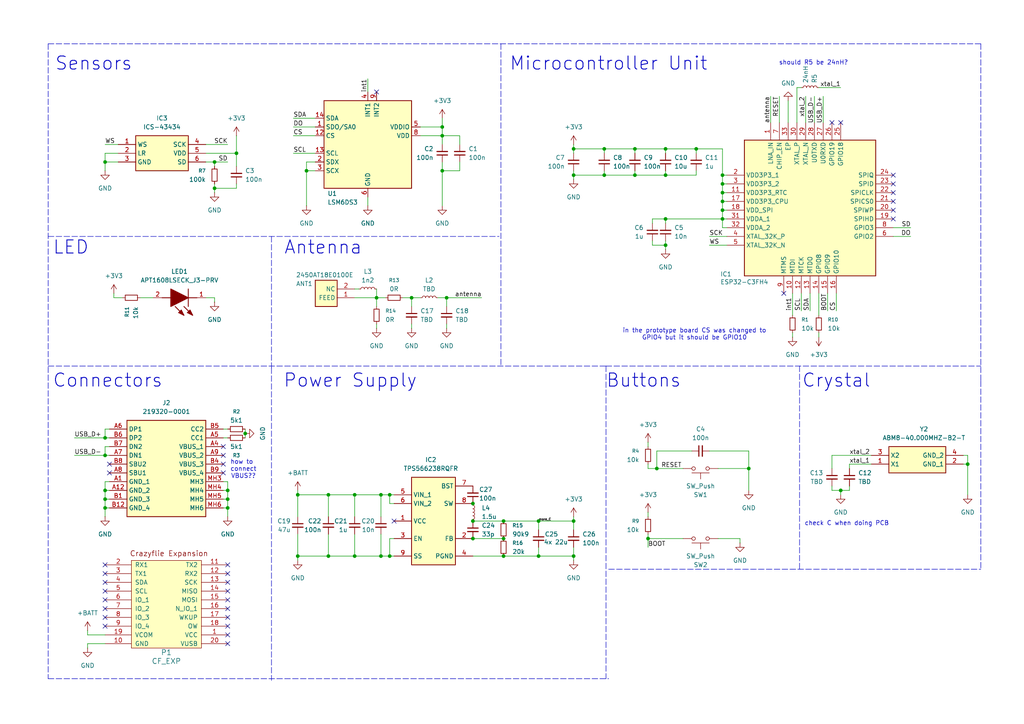
<source format=kicad_sch>
(kicad_sch (version 20250114) (generator "eeschema") (generator_version "9.0")
  (paper "A4")
  (title_block (title "Engineering thesis") (company "Poznan University of Technology") (comment 1 "Marco W. Santoro") (comment 2 "Olaf Bukowski"))
  (text "Power Supply" (at 101.6 110.49 0) (effects (font (size 3.81 3.81) (thickness 0.254) (bold yes))))
  (text "should R5 be 24nH?" (at 235.966 18.288 0) (effects (font (size 1.27 1.27))))
  (text "check C when doing PCB" (at 245.618 151.892 0) (effects (font (size 1.27 1.27))))
  (text "Antenna" (at 93.726 71.882 0) (effects (font (size 3.81 3.81) (thickness 0.254) (bold yes))))
  (text "Microcontroller Unit" (at 176.53 18.542 0) (effects (font (size 3.81 3.81) (thickness 0.254) (bold yes))))
  (text "in the prototype board CS was changed to\nGPIO4 but it should be GPIO10" (at 201.422 97.028 0) (effects (font (size 1.27 1.27))))
  (text "how to \nconnect\nVBUS??" (at 70.612 136.144 0) (effects (font (size 1.27 1.27))))
  (text "Sensors" (at 27.178 18.542 0) (effects (font (size 3.81 3.81) (thickness 0.254) (bold yes))))
  (text "Connectors" (at 31.242 110.49 0) (effects (font (size 3.81 3.81) (thickness 0.254) (bold yes))))
  (text "Crystal" (at 242.57 110.49 0) (effects (font (size 3.81 3.81) (thickness 0.254) (bold yes))))
  (text "LED" (at 20.574 71.882 0) (effects (font (size 3.81 3.81) (thickness 0.254) (bold yes))))
  (text "Buttons" (at 186.69 110.49 0) (effects (font (size 3.81 3.81) (thickness 0.254) (bold yes))))
  (junction (at 209.55 50.8))
  (junction (at 209.55 60.96))
  (junction (at 137.16 151.13))
  (junction (at 201.93 43.18))
  (junction (at 66.04 144.78))
  (junction (at 62.23 54.61))
  (junction (at 154.94 218.44))
  (junction (at 147.32 213.36))
  (junction (at 187.96 156.21))
  (junction (at 88.9 49.53))
  (junction (at 128.27 49.53))
  (junction (at 68.58 44.45))
  (junction (at 30.48 147.32))
  (junction (at 193.04 43.18))
  (junction (at 175.26 43.18))
  (junction (at 102.87 143.51))
  (junction (at 217.17 135.89))
  (junction (at 137.16 156.21))
  (junction (at 137.16 146.05))
  (junction (at 86.36 161.29))
  (junction (at 95.25 143.51))
  (junction (at 156.21 161.29))
  (junction (at 109.22 86.36))
  (junction (at 113.03 143.51))
  (junction (at 66.04 142.24))
  (junction (at 119.38 86.36))
  (junction (at 147.32 218.44))
  (junction (at 166.37 50.8))
  (junction (at 184.15 50.8))
  (junction (at 166.37 151.13))
  (junction (at 209.55 63.5))
  (junction (at 209.55 55.88))
  (junction (at 209.55 53.34))
  (junction (at 154.94 213.36))
  (junction (at 128.27 39.37))
  (junction (at 30.48 132.08))
  (junction (at 146.05 161.29))
  (junction (at 95.25 161.29))
  (junction (at 175.26 50.8))
  (junction (at 86.36 143.51))
  (junction (at 71.12 125.73))
  (junction (at 66.04 147.32))
  (junction (at 129.54 86.36))
  (junction (at 193.04 50.8))
  (junction (at 146.05 156.21))
  (junction (at 110.49 143.51))
  (junction (at 30.48 142.24))
  (junction (at 193.04 71.12))
  (junction (at 243.84 142.24))
  (junction (at 193.04 63.5))
  (junction (at 146.05 151.13))
  (junction (at 30.48 127))
  (junction (at 110.49 161.29))
  (junction (at 166.37 161.29))
  (junction (at 113.03 161.29))
  (junction (at 62.23 46.99))
  (junction (at 128.27 36.83))
  (junction (at 184.15 43.18))
  (junction (at 156.21 151.13))
  (junction (at 190.5 135.89))
  (junction (at 280.67 134.62))
  (junction (at 102.87 161.29))
  (junction (at 209.55 58.42))
  (junction (at 166.37 43.18))
  (junction (at 30.48 46.99))
  (junction (at 30.48 144.78))
  (no_connect (at 30.48 179.07))
  (no_connect (at 30.48 181.61))
  (no_connect (at 66.04 173.99))
  (no_connect (at 109.22 26.67))
  (no_connect (at 30.48 171.45))
  (no_connect (at 259.08 55.88))
  (no_connect (at 66.04 168.91))
  (no_connect (at 64.77 137.16))
  (no_connect (at 259.08 60.96))
  (no_connect (at 227.33 85.09))
  (no_connect (at 66.04 184.15))
  (no_connect (at 64.77 132.08))
  (no_connect (at 31.75 134.62))
  (no_connect (at 259.08 50.8))
  (no_connect (at 241.3 35.56))
  (no_connect (at 30.48 176.53))
  (no_connect (at 30.48 163.83))
  (no_connect (at 30.48 168.91))
  (no_connect (at 66.04 171.45))
  (no_connect (at 66.04 163.83))
  (no_connect (at 259.08 53.34))
  (no_connect (at 66.04 186.69))
  (no_connect (at 31.75 137.16))
  (no_connect (at 66.04 176.53))
  (no_connect (at 259.08 58.42))
  (no_connect (at 114.3 151.13))
  (no_connect (at 64.77 129.54))
  (no_connect (at 64.77 134.62))
  (no_connect (at 66.04 179.07))
  (no_connect (at 30.48 166.37))
  (no_connect (at 243.84 35.56))
  (no_connect (at 66.04 166.37))
  (no_connect (at 66.04 181.61))
  (no_connect (at 30.48 173.99))
  (no_connect (at 259.08 63.5))
  (wire (pts (xy 184.15 43.18) (xy 193.04 43.18)))
  (wire (pts (xy 209.55 55.88) (xy 209.55 53.34)))
  (wire (pts (xy 31.75 139.7) (xy 30.48 139.7)))
  (wire (pts (xy 113.03 146.05) (xy 113.03 143.51)))
  (wire (pts (xy 242.57 85.09) (xy 242.57 90.17)))
  (wire (pts (xy 62.23 46.99) (xy 66.04 46.99)))
  (wire (pts (xy 189.23 63.5) (xy 189.23 64.77)))
  (wire (pts (xy 59.69 86.36) (xy 62.23 86.36)))
  (wire (pts (xy 137.16 156.21) (xy 146.05 156.21)))
  (wire (pts (xy 133.35 39.37) (xy 133.35 41.91)))
  (wire (pts (xy 201.93 43.18) (xy 201.93 44.45)))
  (wire (pts (xy 187.96 158.75) (xy 187.96 156.21)))
  (wire (pts (xy 30.48 132.08) (xy 30.48 129.54)))
  (wire (pts (xy 71.12 124.46) (xy 71.12 125.73)))
  (wire (pts (xy 259.08 68.58) (xy 264.16 68.58)))
  (wire (pts (xy 121.92 39.37) (xy 128.27 39.37)))
  (wire (pts (xy 208.28 135.89) (xy 217.17 135.89)))
  (wire (pts (xy 189.23 71.12) (xy 189.23 69.85)))
  (wire (pts (xy 246.38 134.62) (xy 246.38 135.89)))
  (polyline (pts (xy 13.97 68.58) (xy 144.78 68.58)) (stroke (width 0) (type dash)))
  (wire (pts (xy 210.82 68.58) (xy 205.74 68.58)))
  (polyline (pts (xy 78.74 106.68) (xy 78.74 197.358)) (stroke (width 0) (type dash)))
  (wire (pts (xy 110.49 143.51) (xy 113.03 143.51)))
  (wire (pts (xy 237.49 96.52) (xy 237.49 97.79)))
  (wire (pts (xy 166.37 50.8) (xy 166.37 52.07)))
  (wire (pts (xy 209.55 50.8) (xy 210.82 50.8)))
  (wire (pts (xy 33.02 86.36) (xy 35.56 86.36)))
  (wire (pts (xy 121.92 36.83) (xy 128.27 36.83)))
  (wire (pts (xy 184.15 50.8) (xy 193.04 50.8)))
  (wire (pts (xy 68.58 44.45) (xy 68.58 48.26)))
  (wire (pts (xy 86.36 142.24) (xy 86.36 143.51)))
  (polyline (pts (xy 176.53 165.1) (xy 284.48 165.1)) (stroke (width 0) (type dash)))
  (wire (pts (xy 166.37 43.18) (xy 175.26 43.18)))
  (wire (pts (xy 86.36 143.51) (xy 95.25 143.51)))
  (wire (pts (xy 102.87 161.29) (xy 110.49 161.29)))
  (wire (pts (xy 241.3 132.08) (xy 252.73 132.08)))
  (wire (pts (xy 31.75 142.24) (xy 30.48 142.24)))
  (wire (pts (xy 147.32 218.44) (xy 154.94 218.44)))
  (wire (pts (xy 280.67 134.62) (xy 280.67 132.08)))
  (wire (pts (xy 62.23 53.34) (xy 62.23 54.61)))
  (polyline (pts (xy 13.97 12.7) (xy 13.97 196.85)) (stroke (width 0) (type dash)))
  (wire (pts (xy 193.04 63.5) (xy 209.55 63.5)))
  (wire (pts (xy 214.63 156.21) (xy 214.63 157.48)))
  (wire (pts (xy 280.67 132.08) (xy 279.4 132.08)))
  (wire (pts (xy 190.5 135.89) (xy 198.12 135.89)))
  (wire (pts (xy 110.49 149.86) (xy 110.49 143.51)))
  (wire (pts (xy 30.48 46.99) (xy 34.29 46.99)))
  (wire (pts (xy 189.23 63.5) (xy 193.04 63.5)))
  (wire (pts (xy 116.84 86.36) (xy 119.38 86.36)))
  (polyline (pts (xy 175.768 106.172) (xy 175.768 196.85)) (stroke (width 0) (type dash)))
  (wire (pts (xy 184.15 43.18) (xy 184.15 44.45)))
  (wire (pts (xy 241.3 132.08) (xy 241.3 135.89)))
  (wire (pts (xy 62.23 55.88) (xy 62.23 54.61)))
  (wire (pts (xy 113.03 156.21) (xy 113.03 161.29)))
  (wire (pts (xy 119.38 93.98) (xy 119.38 95.25)))
  (wire (pts (xy 166.37 44.45) (xy 166.37 43.18)))
  (wire (pts (xy 129.54 86.36) (xy 139.7 86.36)))
  (wire (pts (xy 91.44 46.99) (xy 88.9 46.99)))
  (polyline (pts (xy 284.48 12.7) (xy 176.53 12.7)) (stroke (width 0) (type dash)))
  (wire (pts (xy 128.27 49.53) (xy 128.27 59.69)))
  (wire (pts (xy 209.55 60.96) (xy 209.55 63.5)))
  (wire (pts (xy 25.4 187.96) (xy 25.4 186.69)))
  (wire (pts (xy 85.09 39.37) (xy 91.44 39.37)))
  (wire (pts (xy 243.84 142.24) (xy 246.38 142.24)))
  (wire (pts (xy 201.93 43.18) (xy 209.55 43.18)))
  (wire (pts (xy 64.77 127) (xy 66.04 127)))
  (wire (pts (xy 109.22 88.9) (xy 109.22 86.36)))
  (wire (pts (xy 129.54 86.36) (xy 129.54 88.9)))
  (wire (pts (xy 106.68 57.15) (xy 106.68 59.69)))
  (wire (pts (xy 209.55 58.42) (xy 209.55 55.88)))
  (wire (pts (xy 190.5 130.81) (xy 200.66 130.81)))
  (wire (pts (xy 128.27 46.99) (xy 128.27 49.53)))
  (wire (pts (xy 119.38 86.36) (xy 121.92 86.36)))
  (polyline (pts (xy 78.74 12.7) (xy 176.53 12.7)) (stroke (width 0) (type dash)))
  (wire (pts (xy 106.68 22.86) (xy 106.68 26.67)))
  (wire (pts (xy 102.87 143.51) (xy 110.49 143.51)))
  (wire (pts (xy 25.4 186.69) (xy 30.48 186.69)))
  (wire (pts (xy 205.74 130.81) (xy 217.17 130.81)))
  (wire (pts (xy 193.04 49.53) (xy 193.04 50.8)))
  (wire (pts (xy 31.75 144.78) (xy 30.48 144.78)))
  (wire (pts (xy 86.36 154.94) (xy 86.36 161.29)))
  (wire (pts (xy 190.5 135.89) (xy 190.5 130.81)))
  (wire (pts (xy 102.87 143.51) (xy 102.87 149.86)))
  (wire (pts (xy 193.04 71.12) (xy 193.04 69.85)))
  (wire (pts (xy 175.26 50.8) (xy 184.15 50.8)))
  (wire (pts (xy 85.09 36.83) (xy 91.44 36.83)))
  (wire (pts (xy 64.77 142.24) (xy 66.04 142.24)))
  (wire (pts (xy 229.87 85.09) (xy 229.87 91.44)))
  (wire (pts (xy 86.36 161.29) (xy 86.36 162.56)))
  (wire (pts (xy 128.27 36.83) (xy 128.27 39.37)))
  (wire (pts (xy 59.69 46.99) (xy 62.23 46.99)))
  (wire (pts (xy 243.84 25.4) (xy 237.49 25.4)))
  (wire (pts (xy 246.38 134.62) (xy 252.73 134.62)))
  (wire (pts (xy 233.68 27.94) (xy 233.68 35.56)))
  (wire (pts (xy 193.04 63.5) (xy 193.04 64.77)))
  (wire (pts (xy 68.58 53.34) (xy 68.58 54.61)))
  (wire (pts (xy 156.21 158.75) (xy 156.21 161.29)))
  (wire (pts (xy 232.41 85.09) (xy 232.41 90.17)))
  (polyline (pts (xy 175.768 106.172) (xy 284.48 106.172)) (stroke (width 0) (type dash)))
  (wire (pts (xy 232.41 25.4) (xy 231.14 25.4)))
  (wire (pts (xy 187.96 156.21) (xy 198.12 156.21)))
  (polyline (pts (xy 13.97 106.172) (xy 175.768 106.172)) (stroke (width 0) (type dash)))
  (wire (pts (xy 187.96 128.27) (xy 187.96 129.54)))
  (wire (pts (xy 66.04 144.78) (xy 66.04 147.32)))
  (wire (pts (xy 62.23 46.99) (xy 62.23 48.26)))
  (wire (pts (xy 68.58 39.37) (xy 68.58 44.45)))
  (wire (pts (xy 66.04 139.7) (xy 66.04 142.24)))
  (wire (pts (xy 209.55 66.04) (xy 209.55 63.5)))
  (polyline (pts (xy 284.48 110.49) (xy 284.48 165.1)) (stroke (width 0) (type dash)))
  (wire (pts (xy 238.76 27.94) (xy 238.76 35.56)))
  (polyline (pts (xy 13.97 196.85) (xy 176.53 196.85)) (stroke (width 0) (type dash)))
  (wire (pts (xy 109.22 83.82) (xy 109.22 86.36)))
  (wire (pts (xy 30.48 124.46) (xy 31.75 124.46)))
  (wire (pts (xy 30.48 132.08) (xy 21.59 132.08)))
  (wire (pts (xy 240.03 85.09) (xy 240.03 90.17)))
  (wire (pts (xy 166.37 158.75) (xy 166.37 161.29)))
  (wire (pts (xy 187.96 148.59) (xy 187.96 149.86)))
  (wire (pts (xy 279.4 134.62) (xy 280.67 134.62)))
  (wire (pts (xy 193.04 43.18) (xy 201.93 43.18)))
  (wire (pts (xy 30.48 144.78) (xy 30.48 147.32)))
  (wire (pts (xy 30.48 44.45) (xy 30.48 46.99)))
  (wire (pts (xy 71.12 127) (xy 71.12 125.73)))
  (wire (pts (xy 30.48 142.24) (xy 30.48 144.78)))
  (wire (pts (xy 85.09 44.45) (xy 91.44 44.45)))
  (wire (pts (xy 236.22 27.94) (xy 236.22 35.56)))
  (wire (pts (xy 154.94 213.36) (xy 162.56 213.36)))
  (wire (pts (xy 102.87 83.82) (xy 104.14 83.82)))
  (wire (pts (xy 129.54 93.98) (xy 129.54 95.25)))
  (wire (pts (xy 62.23 86.36) (xy 62.23 87.63)))
  (polyline (pts (xy 145.288 12.7) (xy 145.288 106.172)) (stroke (width 0) (type dash)))
  (wire (pts (xy 109.22 93.98) (xy 109.22 95.25)))
  (wire (pts (xy 95.25 161.29) (xy 102.87 161.29)))
  (wire (pts (xy 229.87 96.52) (xy 229.87 97.79)))
  (wire (pts (xy 175.26 43.18) (xy 184.15 43.18)))
  (wire (pts (xy 64.77 147.32) (xy 66.04 147.32)))
  (wire (pts (xy 86.36 143.51) (xy 86.36 149.86)))
  (wire (pts (xy 223.52 27.94) (xy 223.52 35.56)))
  (wire (pts (xy 184.15 50.8) (xy 184.15 49.53)))
  (wire (pts (xy 113.03 143.51) (xy 114.3 143.51)))
  (wire (pts (xy 147.32 213.36) (xy 154.94 213.36)))
  (wire (pts (xy 156.21 151.13) (xy 166.37 151.13)))
  (wire (pts (xy 128.27 34.29) (xy 128.27 36.83)))
  (wire (pts (xy 209.55 53.34) (xy 209.55 50.8)))
  (wire (pts (xy 166.37 161.29) (xy 166.37 162.56)))
  (wire (pts (xy 133.35 49.53) (xy 133.35 46.99)))
  (polyline (pts (xy 231.902 106.172) (xy 231.902 165.1)) (stroke (width 0) (type dash)))
  (wire (pts (xy 166.37 50.8) (xy 175.26 50.8)))
  (wire (pts (xy 166.37 151.13) (xy 166.37 153.67)))
  (wire (pts (xy 114.3 146.05) (xy 113.03 146.05)))
  (wire (pts (xy 86.36 161.29) (xy 95.25 161.29)))
  (wire (pts (xy 209.55 50.8) (xy 209.55 43.18)))
  (polyline (pts (xy 13.97 12.7) (xy 78.74 12.7)) (stroke (width 0) (type dash)))
  (wire (pts (xy 66.04 147.32) (xy 66.04 149.86)))
  (wire (pts (xy 110.49 154.94) (xy 110.49 161.29)))
  (wire (pts (xy 175.26 49.53) (xy 175.26 50.8)))
  (wire (pts (xy 127 86.36) (xy 129.54 86.36)))
  (wire (pts (xy 201.93 49.53) (xy 201.93 50.8)))
  (wire (pts (xy 102.87 154.94) (xy 102.87 161.29)))
  (wire (pts (xy 64.77 124.46) (xy 66.04 124.46)))
  (polyline (pts (xy 284.48 12.7) (xy 284.48 110.49)) (stroke (width 0) (type dash)))
  (wire (pts (xy 234.95 85.09) (xy 234.95 90.17)))
  (wire (pts (xy 64.77 144.78) (xy 66.04 144.78)))
  (wire (pts (xy 187.96 135.89) (xy 190.5 135.89)))
  (wire (pts (xy 156.21 161.29) (xy 166.37 161.29)))
  (wire (pts (xy 113.03 161.29) (xy 114.3 161.29)))
  (wire (pts (xy 243.84 142.24) (xy 243.84 143.51)))
  (wire (pts (xy 119.38 86.36) (xy 119.38 88.9)))
  (wire (pts (xy 85.09 34.29) (xy 91.44 34.29)))
  (wire (pts (xy 193.04 72.39) (xy 193.04 71.12)))
  (wire (pts (xy 88.9 46.99) (xy 88.9 49.53)))
  (wire (pts (xy 25.4 182.88) (xy 25.4 184.15)))
  (wire (pts (xy 110.49 161.29) (xy 113.03 161.29)))
  (wire (pts (xy 210.82 66.04) (xy 209.55 66.04)))
  (wire (pts (xy 175.26 43.18) (xy 175.26 44.45)))
  (wire (pts (xy 30.48 46.99) (xy 30.48 49.53)))
  (wire (pts (xy 154.94 218.44) (xy 162.56 218.44)))
  (wire (pts (xy 30.48 129.54) (xy 31.75 129.54)))
  (wire (pts (xy 156.21 161.29) (xy 146.05 161.29)))
  (wire (pts (xy 209.55 55.88) (xy 210.82 55.88)))
  (wire (pts (xy 40.64 86.36) (xy 44.45 86.36)))
  (wire (pts (xy 217.17 130.81) (xy 217.17 135.89)))
  (wire (pts (xy 33.02 85.09) (xy 33.02 86.36)))
  (wire (pts (xy 193.04 50.8) (xy 201.93 50.8)))
  (wire (pts (xy 88.9 49.53) (xy 88.9 59.69)))
  (wire (pts (xy 259.08 66.04) (xy 264.16 66.04)))
  (wire (pts (xy 226.06 27.94) (xy 226.06 35.56)))
  (wire (pts (xy 237.49 85.09) (xy 237.49 91.44)))
  (wire (pts (xy 128.27 39.37) (xy 133.35 39.37)))
  (wire (pts (xy 189.23 71.12) (xy 193.04 71.12)))
  (wire (pts (xy 95.25 143.51) (xy 95.25 149.86)))
  (wire (pts (xy 30.48 41.91) (xy 34.29 41.91)))
  (wire (pts (xy 187.96 134.62) (xy 187.96 135.89)))
  (wire (pts (xy 30.48 139.7) (xy 30.48 142.24)))
  (wire (pts (xy 59.69 44.45) (xy 68.58 44.45)))
  (polyline (pts (xy 78.74 68.58) (xy 78.74 106.68)) (stroke (width 0) (type dash)))
  (wire (pts (xy 187.96 154.94) (xy 187.96 156.21)))
  (wire (pts (xy 66.04 142.24) (xy 66.04 144.78)))
  (wire (pts (xy 31.75 132.08) (xy 30.48 132.08)))
  (wire (pts (xy 25.4 184.15) (xy 30.48 184.15)))
  (wire (pts (xy 95.25 143.51) (xy 102.87 143.51)))
  (wire (pts (xy 109.22 86.36) (xy 111.76 86.36)))
  (wire (pts (xy 147.32 213.36) (xy 147.32 212.09)))
  (wire (pts (xy 205.74 71.12) (xy 210.82 71.12)))
  (wire (pts (xy 30.48 127) (xy 30.48 124.46)))
  (wire (pts (xy 30.48 44.45) (xy 34.29 44.45)))
  (wire (pts (xy 91.44 49.53) (xy 88.9 49.53)))
  (wire (pts (xy 30.48 127) (xy 21.59 127)))
  (wire (pts (xy 114.3 156.21) (xy 113.03 156.21)))
  (wire (pts (xy 66.04 41.91) (xy 59.69 41.91)))
  (wire (pts (xy 246.38 142.24) (xy 246.38 140.97)))
  (wire (pts (xy 208.28 156.21) (xy 214.63 156.21)))
  (wire (pts (xy 147.32 218.44) (xy 147.32 219.71)))
  (wire (pts (xy 209.55 58.42) (xy 210.82 58.42)))
  (wire (pts (xy 193.04 43.18) (xy 193.04 44.45)))
  (wire (pts (xy 31.75 127) (xy 30.48 127)))
  (wire (pts (xy 128.27 39.37) (xy 128.27 41.91)))
  (wire (pts (xy 210.82 60.96) (xy 209.55 60.96)))
  (wire (pts (xy 228.6 29.21) (xy 228.6 35.56)))
  (wire (pts (xy 137.16 151.13) (xy 146.05 151.13)))
  (wire (pts (xy 30.48 147.32) (xy 30.48 149.86)))
  (wire (pts (xy 62.23 54.61) (xy 68.58 54.61)))
  (wire (pts (xy 280.67 134.62) (xy 280.67 143.51)))
  (wire (pts (xy 166.37 49.53) (xy 166.37 50.8)))
  (wire (pts (xy 166.37 41.91) (xy 166.37 43.18)))
  (wire (pts (xy 217.17 135.89) (xy 217.17 142.24)))
  (wire (pts (xy 209.55 53.34) (xy 210.82 53.34)))
  (wire (pts (xy 156.21 151.13) (xy 156.21 153.67)))
  (wire (pts (xy 95.25 154.94) (xy 95.25 161.29)))
  (wire (pts (xy 241.3 142.24) (xy 243.84 142.24)))
  (wire (pts (xy 231.14 25.4) (xy 231.14 35.56)))
  (wire (pts (xy 146.05 151.13) (xy 156.21 151.13)))
  (wire (pts (xy 209.55 60.96) (xy 209.55 58.42)))
  (wire (pts (xy 241.3 140.97) (xy 241.3 142.24)))
  (wire (pts (xy 109.22 86.36) (xy 102.87 86.36)))
  (wire (pts (xy 64.77 139.7) (xy 66.04 139.7)))
  (wire (pts (xy 31.75 147.32) (xy 30.48 147.32)))
  (wire (pts (xy 137.16 161.29) (xy 146.05 161.29)))
  (wire (pts (xy 166.37 149.86) (xy 166.37 151.13)))
  (wire (pts (xy 128.27 49.53) (xy 133.35 49.53)))
  (wire (pts (xy 209.55 63.5) (xy 210.82 63.5)))
  (label "DO" (at 264.16 68.58 180))
  (label "antenna" (at 223.52 27.94 270))
  (label "antenna" (at 139.7 86.36 180))
  (label "more_C" (at 156.21 151.13 0) (effects (font (size 0.635 0.635))))
  (label "CS" (at 242.57 90.17 90))
  (label "more_C" (at 147.32 212.09 0) (effects (font (size 0.635 0.635))))
  (label "BOOT" (at 240.03 90.17 90))
  (label "USB_D+" (at 21.59 127 0))
  (label "SCL" (at 232.41 90.17 90))
  (label "xtal_2" (at 233.68 27.94 270))
  (label "SD" (at 264.16 66.04 180))
  (label "int1" (at 106.68 22.86 270))
  (label "USB_D-" (at 236.22 27.94 270))
  (label "SDA" (at 234.95 90.17 90))
  (label "SDA" (at 85.09 34.29 0))
  (label "xtal_1" (at 243.84 25.4 180))
  (label "RESET" (at 191.77 135.89 0))
  (label "xtal_2" (at 246.38 132.08 0))
  (label "DO" (at 85.09 36.83 0))
  (label "SD" (at 66.04 46.99 180))
  (label "USB_D+" (at 238.76 27.94 270))
  (label "WS" (at 205.74 71.12 0))
  (label "WS" (at 30.48 41.91 0))
  (label "USB_D-" (at 21.59 132.08 0))
  (label "RESET" (at 226.06 27.94 270))
  (label "BOOT" (at 187.96 158.75 0))
  (label "int1" (at 229.87 90.17 90))
  (label "SCK" (at 66.04 41.91 180))
  (label "SCL" (at 85.09 44.45 0))
  (label "xtal_1" (at 246.38 134.62 0))
  (label "CS" (at 85.09 39.37 0))
  (label "SCK" (at 205.74 68.58 0))
  (symbol (lib_name "CF_EXP_LEFT_2") (lib_id "template-rescue:CF_EXP_LEFT") (at 48.26 175.26 0) (unit 1)
    (property "Reference" "P1" (at 48.26 189.23 0) (effects (font (size 1.524 1.524))))
    (property "Value" "CF_EXP" (at 48.26 191.77 0) (effects (font (size 1.524 1.524))))
    (property "Footprint" "drone_connector:drone_connector" (effects (hide yes)))
  )
  (symbol (lib_id "power:GND") (at 66.04 149.86 0) (unit 1)
    (property "Reference" "#PWR025" (effects (hide yes)))
    (property "Value" "GND" (at 66.04 154.94 0))
    (property "Description" "Power symbol creates a global label with name \"GND\" , ground" (effects (hide yes)))
  )
  (symbol (lib_id "power:GND") (at 243.84 143.51 0) (unit 1)
    (property "Reference" "#PWR020" (effects (hide yes)))
    (property "Value" "GND" (at 243.84 148.59 0))
    (property "Description" "Power symbol creates a global label with name \"GND\" , ground" (effects (hide yes)))
  )
  (symbol (lib_id "power:+3V3") (at 166.37 41.91 0) (unit 1)
    (property "Reference" "#PWR02" (effects (hide yes)))
    (property "Value" "+3V3" (at 166.37 36.83 0))
    (property "Description" "Power symbol creates a global label with name \"+3V3\"" (effects (hide yes)))
  )
  (symbol (lib_id "power:GND") (at 280.67 143.51 0) (unit 1)
    (property "Reference" "#PWR019" (effects (hide yes)))
    (property "Value" "GND" (at 280.67 148.59 0))
    (property "Description" "Power symbol creates a global label with name \"GND\" , ground" (effects (hide yes)))
  )
  (symbol (lib_id "Device:C_Small") (at 193.04 46.99 180) (unit 1)
    (property "Reference" "C10" (at 195.58 45.7135 0) (effects (justify right)))
    (property "Value" "10u" (at 195.58 48.2535 0) (effects (justify right)))
    (property "Footprint" "Capacitor_SMD:C_0603_1608Metric" (effects (hide yes)))
    (property "Description" "Unpolarized capacitor, small symbol" (effects (hide yes)))
  )
  (symbol (lib_id "power:GND") (at 128.27 59.69 0) (unit 1)
    (property "Reference" "#PWR05" (effects (hide yes)))
    (property "Value" "GND" (at 128.27 64.77 0))
    (property "Description" "Power symbol creates a global label with name \"GND\" , ground" (effects (hide yes)))
  )
  (symbol (lib_id "power:GND") (at 166.37 52.07 0) (unit 1)
    (property "Reference" "#PWR018" (effects (hide yes)))
    (property "Value" "GND" (at 166.37 57.15 0))
    (property "Description" "Power symbol creates a global label with name \"GND\" , ground" (effects (hide yes)))
  )
  (symbol (lib_id "Device:L_Small") (at 234.95 25.4 270) (mirror x) (unit 1)
    (property "Reference" "R5" (at 236.2201 24.13 0) (effects (justify left)))
    (property "Value" "24nH" (at 233.6801 24.13 0) (effects (justify left)))
    (property "Footprint" "MHQ1005P24NGTD25:MHQ1005" (effects (hide yes)))
    (property "Datasheet" "https://product.tdk.com/system/files/dam/doc/product/inductor/inductor/smd/catalog/inductor_automotive_high-frequency_mhq1005p_en.pdf" (effects (hide yes)))
    (property "Description" "Inductor, small symbol" (effects (hide yes)))
  )
  (symbol (lib_id "power:+BATT") (at 25.4 182.88 0) (unit 1)
    (property "Reference" "#PWR028" (effects (hide yes)))
    (property "Value" "+BATT" (at 25.4 177.8 0))
    (property "Description" "Power symbol creates a global label with name \"+BATT\"" (effects (hide yes)))
  )
  (symbol (lib_id "power:GND") (at 229.87 97.79 0) (unit 1)
    (property "Reference" "#PWR011" (effects (hide yes)))
    (property "Value" "GND" (at 229.87 102.87 0))
    (property "Description" "Power symbol creates a global label with name \"GND\" , ground" (effects (hide yes)))
  )
  (symbol (lib_id "power:GND") (at 109.22 95.25 0) (unit 1)
    (property "Reference" "#PWR037" (effects (hide yes)))
    (property "Value" "GND" (at 109.22 100.33 0))
    (property "Description" "Power symbol creates a global label with name \"GND\" , ground" (effects (hide yes)))
  )
  (symbol (lib_id "power:+3V3") (at 166.37 149.86 0) (unit 1)
    (property "Reference" "#PWR042" (effects (hide yes)))
    (property "Value" "+3V3" (at 166.37 144.78 0))
    (property "Description" "Power symbol creates a global label with name \"+3V3\"" (effects (hide yes)))
  )
  (symbol (lib_id "Device:R_Small") (at 38.1 86.36 90) (mirror x) (unit 1)
    (property "Reference" "R11" (at 36.8299 88.9 0) (effects (font (size 1.016 1.016)) (justify left)))
    (property "Value" "10k" (at 39.3699 88.9 0) (effects (justify left)))
    (property "Footprint" "Resistor_SMD:R_0603_1608Metric" (effects (hide yes)))
    (property "Description" "Resistor, small symbol" (effects (hide yes)))
  )
  (symbol (lib_id "TPS566238RQFR:TPS566238RQFR") (at 114.3 140.97 0) (unit 1)
    (property "Reference" "IC2" (at 124.968 133.35 0))
    (property "Value" "TPS566238RQFR" (at 124.968 135.89 0))
    (property "Footprint" "TPS566238RQFR" (effects (hide yes)))
    (property "Datasheet" "https://www.ti.com/lit/ds/symlink/tps566238.pdf?ts=1674445033157&ref_url=https%253A%252F%252Fwww.ti.com%252Fproduct%252FTPS566238%252Fpart-details%252FTPS566238RQFR" (effects (hide yes)))
    (property "Description" "Switching Voltage Regulators 3-V to 18-V input, 6-A synchronous step-down regulator with forced continuous conduction mode 9-VQFN-HR -40 to 125" (effects (hide yes)))
    (property "Height" "1" (effects (hide yes)))
    (property "Mouser Part Number" "595-TPS566238RQFR" (effects (hide yes)))
    (property "Mouser Price/Stock" "https://www.mouser.co.uk/ProductDetail/Texas-Instruments/TPS566238RQFR?qs=stqOd1AaK7%252BIxOvIy4vX6A%3D%3D" (effects (hide yes)))
    (property "Manufacturer_Name" "Texas Instruments" (effects (hide yes)))
    (property "Manufacturer_Part_Number" "TPS566238RQFR" (effects (hide yes)))
  )
  (symbol (lib_id "Device:R_Small") (at 187.96 152.4 0) (mirror y) (unit 1)
    (property "Reference" "R9" (at 185.42 151.1299 0) (effects (font (size 1.016 1.016)) (justify left)))
    (property "Value" "10k" (at 185.42 153.6699 0) (effects (justify left)))
    (property "Footprint" "Resistor_SMD:R_0603_1608Metric" (effects (hide yes)))
    (property "Description" "Resistor, small symbol" (effects (hide yes)))
  )
  (symbol (lib_id "ABM8-40_000MHZ-B2-T:ABM8-40.000MHZ-B2-T") (at 252.73 132.08 0) (unit 1)
    (property "Reference" "Y2" (at 267.97 124.46 0))
    (property "Value" "ABM8-40.000MHZ-B2-T" (at 267.97 127 0))
    (property "Footprint" "ABM810000MHZ12D2W" (effects (hide yes)))
    (property "Datasheet" "https://abracon.com/Resonators/abm8.pdf" (effects (hide yes)))
    (property "Description" "40 MHz +/-20ppm Crystal 18pF 35 Ohms 4-SMD, No Lead" (effects (hide yes)))
    (property "Height" "0.8" (effects (hide yes)))
    (property "Mouser Part Number" "815-ABM8-40-B2-T" (effects (hide yes)))
    (property "Mouser Price/Stock" "https://www.mouser.co.uk/ProductDetail/ABRACON/ABM8-40.000MHZ-B2-T?qs=zLkLEWnxMJwjgQZ%2FrBjRJg%3D%3D" (effects (hide yes)))
    (property "Manufacturer_Name" "ABRACON" (effects (hide yes)))
    (property "Manufacturer_Part_Number" "ABM8-40.000MHZ-B2-T" (effects (hide yes)))
  )
  (symbol (lib_id "power:+3V3") (at 187.96 128.27 0) (unit 1)
    (property "Reference" "#PWR016" (effects (hide yes)))
    (property "Value" "+3V3" (at 187.96 123.19 0))
    (property "Description" "Power symbol creates a global label with name \"+3V3\"" (effects (hide yes)))
  )
  (symbol (lib_id "Device:R_Small") (at 114.3 86.36 90) (unit 1)
    (property "Reference" "R13" (at 114.3 81.28 90) (effects (font (size 1.016 1.016))))
    (property "Value" "0R" (at 114.3 83.82 90))
    (property "Footprint" "Resistor_SMD:R_0603_1608Metric" (effects (hide yes)))
    (property "Description" "Resistor, small symbol" (effects (hide yes)))
  )
  (symbol (lib_id "ESP32-C3FH4:ESP32-C3FH4") (at 210.82 53.34 0) (unit 1)
    (property "Reference" "IC1" (at 210.566 79.502 0))
    (property "Value" "ESP32-C3FH4" (at 215.9 81.788 0))
    (property "Footprint" "ESP32-C3FH4:QFN50P500X500X90-33N-D" (effects (hide yes)))
    (property "Datasheet" "https://www.espressif.com/sites/default/files/documentation/esp32-c3_datasheet_en.pdf" (effects (hide yes)))
    (property "Description" "RF System on a Chip - SoC SMD IC ESP32-C3FH4, single-core MCU, 2.4G Wi-Fi & BLE 5.0 combo, QFN 32-pin, 5*5 mm, 4 MB flash inside, -40C +105C" (effects (hide yes)))
    (property "Height" "0.9" (effects (hide yes)))
    (property "Mouser Part Number" "356-ESP32-C3FH4" (effects (hide yes)))
    (property "Mouser Price/Stock" "https://www.mouser.co.uk/ProductDetail/Espressif-Systems/ESP32-C3FH4?qs=iLbezkQI%252BsgL5PSvEueYlQ%3D%3D" (effects (hide yes)))
    (property "Manufacturer_Name" "Espressif Systems" (effects (hide yes)))
    (property "Manufacturer_Part_Number" "ESP32-C3FH4" (effects (hide yes)))
  )
  (symbol (lib_id "Device:C_Small") (at 119.38 91.44 0) (mirror y) (unit 1)
    (property "Reference" "C17" (at 121.92 90.1762 0) (effects (justify right)))
    (property "Value" "TBD" (at 121.92 92.7162 0) (effects (justify right)))
    (property "Footprint" "Capacitor_SMD:C_0603_1608Metric" (effects (hide yes)))
    (property "Description" "Unpolarized capacitor, small symbol" (effects (hide yes)))
  )
  (symbol (lib_id "Device:C_Small") (at 184.15 46.99 180) (unit 1)
    (property "Reference" "C9" (at 186.69 45.7135 0) (effects (justify right)))
    (property "Value" "100n" (at 186.69 48.2535 0) (effects (justify right)))
    (property "Footprint" "Capacitor_SMD:C_0603_1608Metric" (effects (hide yes)))
    (property "Description" "Unpolarized capacitor, small symbol" (effects (hide yes)))
  )
  (symbol (lib_id "power:+3V3") (at 187.96 148.59 0) (unit 1)
    (property "Reference" "#PWR034" (effects (hide yes)))
    (property "Value" "+3V3" (at 187.96 143.51 0))
    (property "Description" "Power symbol creates a global label with name \"+3V3\"" (effects (hide yes)))
  )
  (symbol (lib_id "APT1608LSECK_J3-PRV:APT1608LSECK_J3-PRV") (at 59.69 86.36 180) (unit 1)
    (property "Reference" "LED1" (at 52.07 78.74 0))
    (property "Value" "APT1608LSECK_J3-PRV" (at 52.07 81.28 0))
    (property "Footprint" "APT1608CGCK" (effects (hide yes)))
    (property "Datasheet" "http://www.kingbrightusa.com/images/catalog/SPEC/APT1608LSECK-J3-PRV.pdf" (effects (hide yes)))
    (property "Description" "Standard LEDs - SMD 1.6X0.8MM RED LOW CURRENT SMD" (effects (hide yes)))
    (property "Height" "0.75" (effects (hide yes)))
    (property "Mouser Part Number" "604-APT1608LSECKJ3RV" (effects (hide yes)))
    (property "Mouser Price/Stock" "https://www.mouser.co.uk/ProductDetail/Kingbright/APT1608LSECK-J3-PRV?qs=6oMev5NRZMFBN%252BbFaEKqAQ%3D%3D" (effects (hide yes)))
    (property "Manufacturer_Name" "Kingbright" (effects (hide yes)))
    (property "Manufacturer_Part_Number" "APT1608LSECK/J3-PRV" (effects (hide yes)))
  )
  (symbol (lib_id "power:+BATT") (at 86.36 142.24 0) (unit 1)
    (property "Reference" "#PWR038" (effects (hide yes)))
    (property "Value" "+BATT" (at 86.36 137.16 0))
    (property "Description" "Power symbol creates a global label with name \"+BATT\"" (effects (hide yes)))
  )
  (symbol (lib_id "power:GND") (at 228.6 29.21 180) (unit 1)
    (property "Reference" "#PWR023" (effects (hide yes)))
    (property "Value" "GND" (at 228.6 24.13 0))
    (property "Description" "Power symbol creates a global label with name \"GND\" , ground" (effects (hide yes)))
  )
  (symbol (lib_id "Switch:SW_Push") (at 203.2 156.21 0) (mirror x) (unit 1)
    (property "Reference" "SW2" (at 203.2 163.83 0))
    (property "Value" "SW_Push" (at 203.2 161.29 0))
    (property "Footprint" "435151014824:435151014824" (effects (hide yes)))
    (property "Datasheet" "https://www.we-online.com/components/products/datasheet/435151014824.pdf" (effects (hide yes)))
    (property "Description" "Push button switch, generic, two pins" (effects (hide yes)))
  )
  (symbol (lib_id "power:GND") (at 25.4 187.96 0) (unit 1)
    (property "Reference" "#PWR03" (effects (hide yes)))
    (property "Value" "GND" (at 25.4 193.04 0))
    (property "Description" "Power symbol creates a global label with name \"GND\" , ground" (effects (hide yes)))
  )
  (symbol (lib_id "Device:C_Small") (at 156.21 156.21 0) (unit 1)
    (property "Reference" "C25" (at 157.988 154.94 0) (effects (justify left)))
    (property "Value" "4x 22u" (at 157.734 157.226 0) (effects (justify left)))
    (property "Footprint" "Capacitor_SMD:C_0603_1608Metric" (effects (hide yes)))
    (property "Description" "Unpolarized capacitor, small symbol" (effects (hide yes)))
  )
  (symbol (lib_id "Device:C_Small") (at 86.36 152.4 0) (mirror y) (unit 1)
    (property "Reference" "C19" (at 84.328 151.13 0) (effects (justify left)))
    (property "Value" "47u" (at 84.328 153.67 0) (effects (justify left)))
    (property "Footprint" "cap_47u:CAPC3216X229N" (effects (hide yes)))
    (property "Description" "Unpolarized capacitor, small symbol" (effects (hide yes)))
  )
  (symbol (lib_id "Device:R_Small") (at 146.05 158.75 0) (unit 1)
    (property "Reference" "R16" (at 148.59 157.4799 0) (effects (font (size 1.016 1.016)) (justify left)))
    (property "Value" "20k" (at 148.59 160.0199 0) (effects (justify left)))
    (property "Footprint" "Resistor_SMD:R_0603_1608Metric" (effects (hide yes)))
    (property "Description" "Resistor, small symbol" (effects (hide yes)))
  )
  (symbol (lib_id "Device:C_Small") (at 166.37 156.21 0) (unit 1)
    (property "Reference" "C26" (at 168.91 154.9462 0) (effects (justify left)))
    (property "Value" "100n" (at 168.91 157.4862 0) (effects (justify left)))
    (property "Footprint" "Capacitor_SMD:C_0603_1608Metric" (effects (hide yes)))
    (property "Description" "Unpolarized capacitor, small symbol" (effects (hide yes)))
  )
  (symbol (lib_id "power:GND") (at 119.38 95.25 0) (unit 1)
    (property "Reference" "#PWR030" (effects (hide yes)))
    (property "Value" "GND" (at 119.38 100.33 0))
    (property "Description" "Power symbol creates a global label with name \"GND\" , ground" (effects (hide yes)))
  )
  (symbol (lib_id "power:GND") (at 214.63 157.48 0) (unit 1)
    (property "Reference" "#PWR014" (effects (hide yes)))
    (property "Value" "GND" (at 214.63 162.56 0))
    (property "Description" "Power symbol creates a global label with name \"GND\" , ground" (effects (hide yes)))
  )
  (symbol (lib_id "Device:R_Small") (at 187.96 132.08 0) (mirror y) (unit 1)
    (property "Reference" "R4" (at 185.42 130.8099 0) (effects (font (size 1.016 1.016)) (justify left)))
    (property "Value" "10k" (at 185.42 133.3499 0) (effects (justify left)))
    (property "Footprint" "Resistor_SMD:R_0603_1608Metric" (effects (hide yes)))
    (property "Description" "Resistor, small symbol" (effects (hide yes)))
  )
  (symbol (lib_id "Device:R_Small") (at 68.58 127 90) (mirror x) (unit 1)
    (property "Reference" "R3" (at 68.58 132.08 90) (effects (font (size 1.016 1.016))))
    (property "Value" "5k1" (at 68.58 129.54 90))
    (property "Footprint" "Resistor_SMD:R_0603_1608Metric" (effects (hide yes)))
    (property "Description" "Resistor, small symbol" (effects (hide yes)))
  )
  (symbol (lib_id "power:GND") (at 86.36 162.56 0) (unit 1)
    (property "Reference" "#PWR039" (effects (hide yes)))
    (property "Value" "GND" (at 86.36 167.64 0))
    (property "Description" "Power symbol creates a global label with name \"GND\" , ground" (effects (hide yes)))
  )
  (symbol (lib_id "Device:C_Small") (at 246.38 138.43 0) (unit 1)
    (property "Reference" "C12" (at 248.92 137.1662 0) (effects (justify left)))
    (property "Value" "TBD" (at 248.92 139.7062 0) (effects (justify left)))
    (property "Footprint" "Capacitor_SMD:C_0603_1608Metric" (effects (hide yes)))
    (property "Description" "Unpolarized capacitor, small symbol" (effects (hide yes)))
  )
  (symbol (lib_id "Device:C_Small") (at 129.54 91.44 0) (mirror y) (unit 1)
    (property "Reference" "C18" (at 132.08 90.1762 0) (effects (justify right)))
    (property "Value" "TBD" (at 132.08 92.7162 0) (effects (justify right)))
    (property "Footprint" "Capacitor_SMD:C_0603_1608Metric" (effects (hide yes)))
    (property "Description" "Unpolarized capacitor, small symbol" (effects (hide yes)))
  )
  (symbol (lib_id "power:GND") (at 129.54 95.25 0) (unit 1)
    (property "Reference" "#PWR021" (effects (hide yes)))
    (property "Value" "GND" (at 129.54 100.33 0))
    (property "Description" "Power symbol creates a global label with name \"GND\" , ground" (effects (hide yes)))
  )
  (symbol (lib_id "ICS-43434:ICS-43434") (at 34.29 41.91 0) (unit 1)
    (property "Reference" "IC3" (at 46.99 34.29 0))
    (property "Value" "ICS-43434" (at 46.99 36.83 0))
    (property "Footprint" "ICS43434" (effects (hide yes)))
    (property "Datasheet" "https://www.digikey.in/en/products/detail/tdk-invensense/ICS-43434/6140298?s=N4IgjCBcoCwdIDGUBmBDANgZwKYBoQB7KAbRAGZyAOKgdgCYQBdAgBwBcoQBldgJwCWAOwDmIAL4EYANiihkkdNnxFS4MDHoBOZm06Qe-YWMngtVHQgVLcBYpDIAGXSA5deg0RIIBaRlah%2BAFcVezIAVmZTH3h5VExbVQdwTSoo01kEA" (effects (hide yes)))
    (property "Description" "MEMS Microphones (Microphone), SNR(Nom)=65dBA, LxWxT (mm)=3.5x2.65x0.98" (effects (hide yes)))
    (property "Height" "0.98" (effects (hide yes)))
    (property "Mouser Part Number" "410-ICS-43434" (effects (hide yes)))
    (property "Mouser Price/Stock" "https://www.mouser.co.uk/ProductDetail/TDK-InvenSense/ICS-43434?qs=u4fy%2FsgLU9PAgmWRI7%252BqXA%3D%3D" (effects (hide yes)))
    (property "Manufacturer_Name" "TDK" (effects (hide yes)))
    (property "Manufacturer_Part_Number" "ICS-43434" (effects (hide yes)))
  )
  (symbol (lib_id "power:GND") (at 30.48 49.53 0) (mirror y) (unit 1)
    (property "Reference" "#PWR08" (effects (hide yes)))
    (property "Value" "GND" (at 30.48 54.61 0))
    (property "Description" "Power symbol creates a global label with name \"GND\" , ground" (effects (hide yes)))
  )
  (symbol (lib_id "power:+3V3") (at 128.27 34.29 0) (unit 1)
    (property "Reference" "#PWR04" (effects (hide yes)))
    (property "Value" "+3V3" (at 128.27 29.21 0))
    (property "Description" "Power symbol creates a global label with name \"+3V3\"" (effects (hide yes)))
  )
  (symbol (lib_id "power:+3V3") (at 237.49 97.79 180) (unit 1)
    (property "Reference" "#PWR035" (effects (hide yes)))
    (property "Value" "+3V3" (at 237.49 102.87 0))
    (property "Description" "Power symbol creates a global label with name \"+3V3\"" (effects (hide yes)))
  )
  (symbol (lib_id "Sensor_Motion:LSM6DS3") (at 106.68 41.91 0) (unit 1)
    (property "Reference" "U1" (at 94.996 56.134 0) (effects (justify left)))
    (property "Value" "LSM6DS3" (at 94.996 58.674 0) (effects (justify left)))
    (property "Footprint" "Package_LGA:LGA-14_3x2.5mm_P0.5mm_LayoutBorder3x4y" (effects (hide yes)))
    (property "Datasheet" "https://www.st.com/resource/en/datasheet/lsm6ds3tr-c.pdf" (effects (hide yes)))
    (property "Description" "I2C/SPI, iNEMO inertial module: always-on 3D accelerometer and 3D gyroscope" (effects (hide yes)))
  )
  (symbol (lib_id "Device:C_Small") (at 162.56 215.9 0) (unit 1)
    (property "Reference" "C16" (at 164.338 214.63 0) (effects (justify left)))
    (property "Value" "22u" (at 164.084 216.916 0) (effects (justify left)))
    (property "Footprint" "Capacitor_SMD:C_0603_1608Metric" (effects (hide yes)))
    (property "Description" "Unpolarized capacitor, small symbol" (effects (hide yes)))
  )
  (symbol (lib_id "Device:C_Small") (at 137.16 153.67 0) (unit 1)
    (property "Reference" "C24" (at 139.7 152.4062 0) (effects (justify left)))
    (property "Value" "33p" (at 139.7 154.9462 0) (effects (justify left)))
    (property "Footprint" "Capacitor_SMD:C_0603_1608Metric" (effects (hide yes)))
    (property "Description" "Unpolarized capacitor, small symbol" (effects (hide yes)))
  )
  (symbol (lib_id "Device:C_Small") (at 201.93 46.99 180) (unit 1)
    (property "Reference" "C11" (at 204.47 45.7135 0) (effects (justify right)))
    (property "Value" "1u" (at 204.47 48.2535 0) (effects (justify right)))
    (property "Footprint" "Capacitor_SMD:C_0603_1608Metric" (effects (hide yes)))
    (property "Description" "Unpolarized capacitor, small symbol" (effects (hide yes)))
  )
  (symbol (lib_id "Device:C_Small") (at 95.25 152.4 0) (mirror y) (unit 1)
    (property "Reference" "C22" (at 93.218 151.13 0) (effects (justify left)))
    (property "Value" "100n" (at 93.218 153.67 0) (effects (justify left)))
    (property "Footprint" "Capacitor_SMD:C_0603_1608Metric" (effects (hide yes)))
    (property "Description" "Unpolarized capacitor, small symbol" (effects (hide yes)))
  )
  (symbol (lib_id "power:GND") (at 62.23 87.63 0) (unit 1)
    (property "Reference" "#PWR036" (effects (hide yes)))
    (property "Value" "GND" (at 62.23 92.71 0))
    (property "Description" "Power symbol creates a global label with name \"GND\" , ground" (effects (hide yes)))
  )
  (symbol (lib_id "Device:L_Small") (at 137.16 148.59 0) (unit 1)
    (property "Reference" "L4" (at 139.7 147.3199 0) (effects (justify left)))
    (property "Value" "1.5u" (at 139.7 149.8599 0) (effects (justify left)))
    (property "Footprint" "74438357015:74438357015" (effects (hide yes)))
    (property "Description" "Inductor, small symbol" (effects (hide yes)))
  )
  (symbol (lib_id "Device:R_Small") (at 68.58 124.46 270) (mirror x) (unit 1)
    (property "Reference" "R2" (at 68.58 119.38 90) (effects (font (size 1.016 1.016))))
    (property "Value" "5k1" (at 68.58 121.92 90))
    (property "Footprint" "Resistor_SMD:R_0603_1608Metric" (effects (hide yes)))
    (property "Description" "Resistor, small symbol" (effects (hide yes)))
  )
  (symbol (lib_id "power:GND") (at 166.37 162.56 0) (unit 1)
    (property "Reference" "#PWR041" (effects (hide yes)))
    (property "Value" "GND" (at 166.37 167.64 0))
    (property "Description" "Power symbol creates a global label with name \"GND\" , ground" (effects (hide yes)))
  )
  (symbol (lib_id "Device:C_Small") (at 137.16 143.51 180) (unit 1)
    (property "Reference" "C27" (at 138.938 141.986 0) (effects (justify right)))
    (property "Value" "100n" (at 138.938 144.526 0) (effects (justify right)))
    (property "Footprint" "Capacitor_SMD:C_0603_1608Metric" (effects (hide yes)))
    (property "Description" "Unpolarized capacitor, small symbol" (effects (hide yes)))
  )
  (symbol (lib_id "Device:C_Small") (at 241.3 138.43 0) (unit 1)
    (property "Reference" "C13" (at 238.76 137.1662 0) (effects (justify right)))
    (property "Value" "TBD" (at 238.76 139.7062 0) (effects (justify right)))
    (property "Footprint" "Capacitor_SMD:C_0603_1608Metric" (effects (hide yes)))
    (property "Description" "Unpolarized capacitor, small symbol" (effects (hide yes)))
  )
  (symbol (lib_id "power:GND") (at 30.48 149.86 0) (unit 1)
    (property "Reference" "#PWR024" (effects (hide yes)))
    (property "Value" "GND" (at 30.48 154.94 0))
    (property "Description" "Power symbol creates a global label with name \"GND\" , ground" (effects (hide yes)))
  )
  (symbol (lib_id "power:+3V3") (at 33.02 85.09 0) (unit 1)
    (property "Reference" "#PWR031" (effects (hide yes)))
    (property "Value" "+3V3" (at 33.02 80.01 0))
    (property "Description" "Power symbol creates a global label with name \"+3V3\"" (effects (hide yes)))
  )
  (symbol (lib_id "Device:L_Small") (at 124.46 86.36 90) (unit 1)
    (property "Reference" "L2" (at 124.46 81.28 90))
    (property "Value" "TBD" (at 124.46 83.82 90))
    (property "Footprint" "Inductor_SMD:L_0402_1005Metric" (effects (hide yes)))
    (property "Description" "Inductor, small symbol" (effects (hide yes)))
  )
  (symbol (lib_id "power:GND") (at 193.04 72.39 0) (unit 1)
    (property "Reference" "#PWR017" (effects (hide yes)))
    (property "Value" "GND" (at 193.04 77.47 0))
    (property "Description" "Power symbol creates a global label with name \"GND\" , ground" (effects (hide yes)))
  )
  (symbol (lib_id "power:GND") (at 88.9 59.69 0) (unit 1)
    (property "Reference" "#PWR06" (effects (hide yes)))
    (property "Value" "GND" (at 88.9 64.77 0))
    (property "Description" "Power symbol creates a global label with name \"GND\" , ground" (effects (hide yes)))
  )
  (symbol (lib_id "power:+3V3") (at 68.58 39.37 0) (unit 1)
    (property "Reference" "#PWR026" (effects (hide yes)))
    (property "Value" "+3V3" (at 68.58 34.29 0))
    (property "Description" "Power symbol creates a global label with name \"+3V3\"" (effects (hide yes)))
  )
  (symbol (lib_id "power:GND") (at 106.68 59.69 0) (unit 1)
    (property "Reference" "#PWR01" (effects (hide yes)))
    (property "Value" "GND" (at 106.68 64.77 0))
    (property "Description" "Power symbol creates a global label with name \"GND\" , ground" (effects (hide yes)))
  )
  (symbol (lib_id "Device:C_Small") (at 68.58 50.8 180) (unit 1)
    (property "Reference" "C3" (at 71.12 49.5235 0) (effects (justify right)))
    (property "Value" "100n" (at 71.12 52.0635 0) (effects (justify right)))
    (property "Footprint" "Capacitor_SMD:C_0603_1608Metric" (effects (hide yes)))
    (property "Description" "Unpolarized capacitor, small symbol" (effects (hide yes)))
  )
  (symbol (lib_id "Device:C_Small") (at 128.27 44.45 0) (mirror x) (unit 1)
    (property "Reference" "C2" (at 125.73 43.1735 0) (effects (justify right)))
    (property "Value" "100n" (at 125.73 45.7135 0) (effects (justify right)))
    (property "Footprint" "Capacitor_SMD:C_0603_1608Metric" (effects (hide yes)))
    (property "Description" "Unpolarized capacitor, small symbol" (effects (hide yes)))
  )
  (symbol (lib_id "Device:C_Small") (at 110.49 152.4 0) (mirror y) (unit 1)
    (property "Reference" "C20" (at 108.712 151.13 0) (effects (justify left)))
    (property "Value" "10n" (at 108.712 153.67 0) (effects (justify left)))
    (property "Footprint" "Capacitor_SMD:C_0603_1608Metric" (effects (hide yes)))
    (property "Description" "Unpolarized capacitor, small symbol" (effects (hide yes)))
  )
  (symbol (lib_id "219320-0001:219320-0001") (at 31.75 124.46 0) (unit 1)
    (property "Reference" "J2" (at 48.26 116.84 0))
    (property "Value" "219320-0001" (at 48.26 119.38 0))
    (property "Footprint" "2193200001" (effects (hide yes)))
    (property "Datasheet" "https://www.molex.com/content/dam/molex/molex-dot-com/products/automated/en-us/salesdrawingpdf/219/219320/2193200001_sd.pdf?inline" (effects (hide yes)))
    (property "Description" "Universal Serial Bus (USB) Shielded I/O Receptacle, Type C, Vertical, Surface Mount, Height 8.8mm, 16 Circuits, Gold (Au) Flash Plating" (effects (hide yes)))
    (property "Height" "9.05" (effects (hide yes)))
    (property "Mouser Part Number" "538-219320-0001" (effects (hide yes)))
    (property "Mouser Price/Stock" "https://www.mouser.co.uk/ProductDetail/Molex/219320-0001?qs=rQFj71Wb1eXha8qVBIXu3A%3D%3D" (effects (hide yes)))
    (property "Manufacturer_Name" "Molex" (effects (hide yes)))
    (property "Manufacturer_Part_Number" "219320-0001" (effects (hide yes)))
  )
  (symbol (lib_id "Device:R_Small") (at 146.05 153.67 0) (unit 1)
    (property "Reference" "R15" (at 148.59 152.3999 0) (effects (font (size 1.016 1.016)) (justify left)))
    (property "Value" "90k9" (at 148.59 154.9399 0) (effects (justify left)))
    (property "Footprint" "Resistor_SMD:R_0603_1608Metric" (effects (hide yes)))
    (property "Description" "Resistor, small symbol" (effects (hide yes)))
  )
  (symbol (lib_id "power:GND") (at 71.12 125.73 90) (unit 1)
    (property "Reference" "#PWR012" (effects (hide yes)))
    (property "Value" "GND" (at 76.2 125.73 0))
    (property "Description" "Power symbol creates a global label with name \"GND\" , ground" (effects (hide yes)))
  )
  (symbol (lib_id "Device:R_Small") (at 229.87 93.98 0) (unit 1)
    (property "Reference" "R1" (at 232.41 92.7099 0) (effects (font (size 1.016 1.016)) (justify left)))
    (property "Value" "10k" (at 232.41 95.2499 0) (effects (justify left)))
    (property "Footprint" "Resistor_SMD:R_0603_1608Metric" (effects (hide yes)))
    (property "Description" "Resistor, small symbol" (effects (hide yes)))
  )
  (symbol (lib_id "Device:C_Small") (at 203.2 130.81 90) (unit 1)
    (property "Reference" "C4" (at 203.2063 124.46 90))
    (property "Value" "100n" (at 203.2063 127 90))
    (property "Footprint" "Capacitor_SMD:C_0603_1608Metric" (effects (hide yes)))
    (property "Description" "Unpolarized capacitor, small symbol" (effects (hide yes)))
  )
  (symbol (lib_id "Device:C_Small") (at 166.37 46.99 0) (mirror x) (unit 1)
    (property "Reference" "C7" (at 163.83 45.7135 0) (effects (justify right)))
    (property "Value" "100n" (at 163.83 48.2535 0) (effects (justify right)))
    (property "Footprint" "Capacitor_SMD:C_0603_1608Metric" (effects (hide yes)))
    (property "Description" "Unpolarized capacitor, small symbol" (effects (hide yes)))
  )
  (symbol (lib_id "Device:C_Small") (at 102.87 152.4 0) (mirror y) (unit 1)
    (property "Reference" "C21" (at 100.838 151.13 0) (effects (justify left)))
    (property "Value" "1u" (at 100.838 153.67 0) (effects (justify left)))
    (property "Footprint" "Capacitor_SMD:C_0603_1608Metric" (effects (hide yes)))
    (property "Description" "Unpolarized capacitor, small symbol" (effects (hide yes)))
  )
  (symbol (lib_id "power:GND") (at 62.23 55.88 0) (mirror y) (unit 1)
    (property "Reference" "#PWR013" (effects (hide yes)))
    (property "Value" "GND" (at 62.23 60.96 0))
    (property "Description" "Power symbol creates a global label with name \"GND\" , ground" (effects (hide yes)))
  )
  (symbol (lib_id "Device:C_Small") (at 133.35 44.45 180) (unit 1)
    (property "Reference" "C1" (at 135.89 43.1735 0) (effects (justify right)))
    (property "Value" "100n" (at 135.89 45.7135 0) (effects (justify right)))
    (property "Footprint" "Capacitor_SMD:C_0603_1608Metric" (effects (hide yes)))
    (property "Description" "Unpolarized capacitor, small symbol" (effects (hide yes)))
  )
  (symbol (lib_id "Device:R_Small") (at 237.49 93.98 0) (unit 1)
    (property "Reference" "R10" (at 240.03 92.7099 0) (effects (font (size 1.016 1.016)) (justify left)))
    (property "Value" "10k" (at 240.03 95.2499 0) (effects (justify left)))
    (property "Footprint" "Resistor_SMD:R_0603_1608Metric" (effects (hide yes)))
    (property "Description" "Resistor, small symbol" (effects (hide yes)))
  )
  (symbol (lib_id "2450AT18E0100E:2450AT18E0100E") (at 102.87 86.36 180) (unit 1)
    (property "Reference" "ANT1" (at 85.852 82.296 0) (effects (justify right)))
    (property "Value" "2450AT18E0100E" (at 85.852 79.756 0) (effects (justify right)))
    (property "Footprint" "ANTC3216X130N" (effects (hide yes)))
    (property "Datasheet" "https://www.mouser.co.za/datasheet/2/611/2450AT18E0100-1666847.pdf" (effects (hide yes)))
    (property "Description" "Antennas 2.45GHZ CHIP MINI ANTENNA" (effects (hide yes)))
    (property "Height" "1.3" (effects (hide yes)))
    (property "Mouser Part Number" "609-2450AT18E0100E" (effects (hide yes)))
    (property "Mouser Price/Stock" "https://www.mouser.co.uk/ProductDetail/Johanson-Technology/2450AT18E0100E?qs=qF3SSroohZX8rqbP1IZpKA%3D%3D" (effects (hide yes)))
    (property "Manufacturer_Name" "JOHANSON TECHNOLOGY" (effects (hide yes)))
    (property "Manufacturer_Part_Number" "2450AT18E0100E" (effects (hide yes)))
  )
  (symbol (lib_id "Device:R_Small") (at 109.22 91.44 180) (unit 1)
    (property "Reference" "R14" (at 111.76 90.1699 0) (effects (font (size 1.016 1.016)) (justify right)))
    (property "Value" "0R" (at 111.76 92.7099 0) (effects (justify right)))
    (property "Footprint" "Resistor_SMD:R_0603_1608Metric" (effects (hide yes)))
    (property "Description" "Resistor, small symbol" (effects (hide yes)))
  )
  (symbol (lib_id "power:GND") (at 147.32 219.71 0) (unit 1)
    (property "Reference" "#PWR022" (effects (hide yes)))
    (property "Value" "GND" (at 147.32 224.79 0))
    (property "Description" "Power symbol creates a global label with name \"GND\" , ground" (effects (hide yes)))
  )
  (symbol (lib_id "Device:C_Small") (at 147.32 215.9 0) (unit 1)
    (property "Reference" "C14" (at 149.098 214.63 0) (effects (justify left)))
    (property "Value" "22u" (at 148.844 216.916 0) (effects (justify left)))
    (property "Footprint" "Capacitor_SMD:C_0603_1608Metric" (effects (hide yes)))
    (property "Description" "Unpolarized capacitor, small symbol" (effects (hide yes)))
  )
  (symbol (lib_id "Device:C_Small") (at 154.94 215.9 0) (unit 1)
    (property "Reference" "C15" (at 156.718 214.63 0) (effects (justify left)))
    (property "Value" "22u" (at 156.464 216.916 0) (effects (justify left)))
    (property "Footprint" "Capacitor_SMD:C_0603_1608Metric" (effects (hide yes)))
    (property "Description" "Unpolarized capacitor, small symbol" (effects (hide yes)))
  )
  (symbol (lib_id "Device:C_Small") (at 175.26 46.99 180) (unit 1)
    (property "Reference" "C8" (at 177.8 45.7135 0) (effects (justify right)))
    (property "Value" "100n" (at 177.8 48.2535 0) (effects (justify right)))
    (property "Footprint" "Capacitor_SMD:C_0603_1608Metric" (effects (hide yes)))
    (property "Description" "Unpolarized capacitor, small symbol" (effects (hide yes)))
  )
  (symbol (lib_id "Device:L_Small") (at 106.68 83.82 90) (unit 1)
    (property "Reference" "L3" (at 106.68 78.74 90))
    (property "Value" "1n2" (at 106.68 81.28 90))
    (property "Footprint" "744786012A:INDC1608X95N" (effects (hide yes)))
    (property "Datasheet" "https://www.mouser.pl/ProductDetail/TDK/MLG1005S1N2BTD25?qs=u4%252BEJ9urDARF5PnqAQUamg%3D%3D" (effects (hide yes)))
    (property "Description" "Inductor, small symbol" (effects (hide yes)))
  )
  (symbol (lib_id "Device:C_Small") (at 189.23 67.31 0) (mirror x) (unit 1)
    (property "Reference" "C6" (at 186.69 66.0335 0) (effects (justify right)))
    (property "Value" "1u" (at 186.69 68.5735 0) (effects (justify right)))
    (property "Footprint" "Capacitor_SMD:C_0603_1608Metric" (effects (hide yes)))
    (property "Description" "Unpolarized capacitor, small symbol" (effects (hide yes)))
  )
  (symbol (lib_id "Device:R_Small") (at 62.23 50.8 0) (unit 1)
    (property "Reference" "R7" (at 59.69 49.5299 0) (effects (font (size 1.016 1.016)) (justify right)))
    (property "Value" "100k" (at 59.69 52.0699 0) (effects (justify right)))
    (property "Footprint" "Resistor_SMD:R_0603_1608Metric" (effects (hide yes)))
    (property "Description" "Resistor, small symbol" (effects (hide yes)))
  )
  (symbol (lib_id "power:GND") (at 217.17 142.24 0) (unit 1)
    (property "Reference" "#PWR015" (effects (hide yes)))
    (property "Value" "GND" (at 217.17 147.32 0))
    (property "Description" "Power symbol creates a global label with name \"GND\" , ground" (effects (hide yes)))
  )
  (symbol (lib_id "Switch:SW_Push") (at 203.2 135.89 0) (mirror x) (unit 1)
    (property "Reference" "SW1" (at 203.2 143.51 0))
    (property "Value" "SW_Push" (at 203.2 140.97 0))
    (property "Footprint" "435151014824:435151014824" (effects (hide yes)))
    (property "Datasheet" "https://www.we-online.com/components/products/datasheet/435151014824.pdf" (effects (hide yes)))
    (property "Description" "Push button switch, generic, two pins" (effects (hide yes)))
  )
  (symbol (lib_id "Device:C_Small") (at 193.04 67.31 180) (unit 1)
    (property "Reference" "C5" (at 195.58 66.0335 0) (effects (justify right)))
    (property "Value" "10n" (at 195.58 68.5735 0) (effects (justify right)))
    (property "Footprint" "Capacitor_SMD:C_0603_1608Metric" (effects (hide yes)))
    (property "Description" "Unpolarized capacitor, small symbol" (effects (hide yes)))
  )
)
</source>
